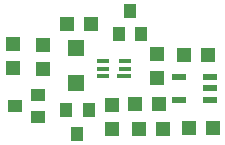
<source format=gbr>
G04 EAGLE Gerber RS-274X export*
G75*
%MOMM*%
%FSLAX34Y34*%
%LPD*%
%INSolderpaste Top*%
%IPPOS*%
%AMOC8*
5,1,8,0,0,1.08239X$1,22.5*%
G01*
%ADD10R,1.200000X0.400000*%
%ADD11R,1.000000X0.400000*%
%ADD12R,1.200000X1.300000*%
%ADD13R,1.300000X1.200000*%
%ADD14R,1.000000X1.270000*%
%ADD15R,1.200000X0.550000*%
%ADD16R,1.400000X1.400000*%
%ADD17R,1.270000X1.000000*%


D10*
X113100Y93500D03*
D11*
X114100Y100000D03*
X114100Y106500D03*
X95100Y106500D03*
X95100Y100000D03*
X95100Y93500D03*
D12*
X122260Y70500D03*
X142580Y70500D03*
D13*
X141300Y92370D03*
X141300Y112690D03*
D12*
X64700Y137570D03*
X85020Y137570D03*
D14*
X73590Y44680D03*
X64090Y64680D03*
X83090Y64680D03*
X117840Y149000D03*
X127340Y129000D03*
X108340Y129000D03*
D13*
X103020Y69470D03*
X103020Y49150D03*
D12*
X126110Y48730D03*
X146430Y48730D03*
D15*
X185931Y73910D03*
X185931Y83410D03*
X185931Y92910D03*
X159929Y92910D03*
X159929Y73910D03*
D12*
X188170Y49910D03*
X167850Y49910D03*
D16*
X72410Y117120D03*
X72410Y88120D03*
D13*
X44150Y120310D03*
X44150Y99990D03*
D12*
X164170Y111770D03*
X184490Y111770D03*
D17*
X20410Y68420D03*
X40410Y77920D03*
X40410Y58920D03*
D13*
X19050Y100330D03*
X19050Y120650D03*
M02*

</source>
